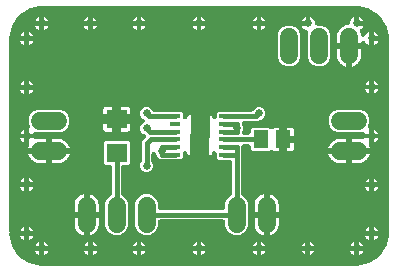
<source format=gbr>
G04 EAGLE Gerber X2 export*
%TF.Part,Single*%
%TF.FileFunction,Copper,L1,Top,Mixed*%
%TF.FilePolarity,Positive*%
%TF.GenerationSoftware,Autodesk,EAGLE,8.6.1*%
%TF.CreationDate,2018-02-17T14:01:13Z*%
G75*
%MOMM*%
%FSLAX34Y34*%
%LPD*%
%AMOC8*
5,1,8,0,0,1.08239X$1,22.5*%
G01*
%ADD10R,0.900000X0.400000*%
%ADD11R,1.600000X2.900000*%
%ADD12C,0.600000*%
%ADD13R,1.300000X1.500000*%
%ADD14C,1.524000*%
%ADD15R,1.803000X1.600000*%
%ADD16C,0.650000*%
%ADD17C,0.406400*%
%ADD18C,1.600200*%

G36*
X32130Y4574D02*
X32130Y4574D01*
X32151Y4573D01*
X32820Y4586D01*
X32977Y4573D01*
X297223Y4573D01*
X297235Y4574D01*
X297247Y4573D01*
X297364Y4586D01*
X298048Y4573D01*
X298065Y4574D01*
X298086Y4573D01*
X298764Y4573D01*
X298807Y4577D01*
X298862Y4575D01*
X301959Y4725D01*
X301997Y4730D01*
X302035Y4730D01*
X302337Y4781D01*
X302358Y4784D01*
X302360Y4784D01*
X302363Y4785D01*
X308727Y6405D01*
X308827Y6441D01*
X308930Y6468D01*
X309034Y6516D01*
X309106Y6543D01*
X309157Y6574D01*
X309231Y6608D01*
X314939Y9856D01*
X315025Y9918D01*
X315118Y9971D01*
X315205Y10045D01*
X315267Y10089D01*
X315308Y10132D01*
X315371Y10185D01*
X320015Y14829D01*
X320082Y14912D01*
X320157Y14987D01*
X320221Y15082D01*
X320270Y15141D01*
X320298Y15194D01*
X320344Y15261D01*
X323592Y20969D01*
X323635Y21066D01*
X323687Y21159D01*
X323724Y21267D01*
X323755Y21337D01*
X323768Y21396D01*
X323795Y21473D01*
X325415Y27837D01*
X325421Y27875D01*
X325432Y27912D01*
X325472Y28215D01*
X325475Y28236D01*
X325475Y28238D01*
X325475Y28241D01*
X325625Y31338D01*
X325623Y31381D01*
X325627Y31436D01*
X325627Y32113D01*
X325626Y32130D01*
X325627Y32151D01*
X325614Y32820D01*
X325627Y32977D01*
X325627Y195623D01*
X325626Y195635D01*
X325627Y195647D01*
X325614Y195764D01*
X325627Y196449D01*
X325626Y196466D01*
X325627Y196487D01*
X325627Y197164D01*
X325623Y197206D01*
X325625Y197262D01*
X325475Y200359D01*
X325470Y200397D01*
X325470Y200435D01*
X325419Y200737D01*
X325416Y200758D01*
X325416Y200760D01*
X325415Y200763D01*
X323795Y207127D01*
X323759Y207227D01*
X323732Y207330D01*
X323684Y207434D01*
X323657Y207506D01*
X323626Y207557D01*
X323592Y207631D01*
X320344Y213339D01*
X320282Y213425D01*
X320229Y213518D01*
X320155Y213605D01*
X320111Y213667D01*
X320068Y213708D01*
X320015Y213771D01*
X315371Y218415D01*
X315288Y218482D01*
X315213Y218557D01*
X315118Y218621D01*
X315059Y218670D01*
X315006Y218698D01*
X314939Y218744D01*
X309231Y221992D01*
X309134Y222035D01*
X309041Y222087D01*
X308933Y222124D01*
X308863Y222155D01*
X308805Y222168D01*
X308727Y222195D01*
X302363Y223815D01*
X302325Y223821D01*
X302288Y223832D01*
X301985Y223872D01*
X301964Y223875D01*
X301962Y223875D01*
X301959Y223875D01*
X298862Y224025D01*
X298819Y224023D01*
X298764Y224027D01*
X298087Y224027D01*
X298070Y224026D01*
X298049Y224027D01*
X297380Y224014D01*
X297223Y224027D01*
X32977Y224027D01*
X32965Y224026D01*
X32953Y224027D01*
X32836Y224014D01*
X32151Y224027D01*
X32134Y224026D01*
X32113Y224027D01*
X31436Y224027D01*
X31394Y224023D01*
X31338Y224025D01*
X28241Y223875D01*
X28203Y223870D01*
X28165Y223870D01*
X27863Y223819D01*
X27842Y223816D01*
X27840Y223816D01*
X27837Y223815D01*
X21473Y222195D01*
X21373Y222159D01*
X21270Y222132D01*
X21166Y222084D01*
X21094Y222057D01*
X21043Y222026D01*
X20969Y221992D01*
X15261Y218744D01*
X15175Y218682D01*
X15082Y218629D01*
X14995Y218555D01*
X14933Y218511D01*
X14892Y218468D01*
X14829Y218415D01*
X10185Y213771D01*
X10118Y213688D01*
X10043Y213613D01*
X9979Y213518D01*
X9930Y213459D01*
X9902Y213406D01*
X9856Y213339D01*
X6608Y207631D01*
X6565Y207534D01*
X6513Y207441D01*
X6476Y207333D01*
X6445Y207263D01*
X6432Y207204D01*
X6405Y207127D01*
X4785Y200763D01*
X4779Y200725D01*
X4768Y200688D01*
X4728Y200385D01*
X4725Y200364D01*
X4725Y200362D01*
X4725Y200359D01*
X4575Y197262D01*
X4577Y197219D01*
X4573Y197164D01*
X4573Y196487D01*
X4574Y196470D01*
X4573Y196449D01*
X4586Y195780D01*
X4573Y195623D01*
X4573Y32977D01*
X4574Y32965D01*
X4573Y32953D01*
X4586Y32836D01*
X4573Y32151D01*
X4574Y32134D01*
X4573Y32113D01*
X4573Y31436D01*
X4577Y31394D01*
X4575Y31338D01*
X4725Y28241D01*
X4730Y28203D01*
X4730Y28165D01*
X4781Y27863D01*
X4784Y27842D01*
X4784Y27840D01*
X4785Y27837D01*
X6405Y21473D01*
X6441Y21373D01*
X6468Y21270D01*
X6516Y21166D01*
X6543Y21094D01*
X6574Y21043D01*
X6608Y20969D01*
X9856Y15261D01*
X9918Y15175D01*
X9971Y15082D01*
X10045Y14995D01*
X10089Y14933D01*
X10132Y14892D01*
X10185Y14829D01*
X14829Y10185D01*
X14912Y10118D01*
X14987Y10043D01*
X15082Y9979D01*
X15141Y9930D01*
X15194Y9902D01*
X15261Y9856D01*
X20969Y6608D01*
X21066Y6565D01*
X21159Y6513D01*
X21267Y6476D01*
X21337Y6445D01*
X21396Y6432D01*
X21473Y6405D01*
X27837Y4785D01*
X27875Y4779D01*
X27912Y4768D01*
X28215Y4728D01*
X28236Y4725D01*
X28238Y4725D01*
X28241Y4725D01*
X31338Y4575D01*
X31381Y4577D01*
X31436Y4573D01*
X32113Y4573D01*
X32130Y4574D01*
G37*
%LPC*%
G36*
X118736Y30384D02*
X118736Y30384D01*
X115200Y31849D01*
X112494Y34555D01*
X111029Y38091D01*
X111029Y57159D01*
X112494Y60695D01*
X115200Y63401D01*
X118736Y64866D01*
X122564Y64866D01*
X126100Y63401D01*
X128806Y60695D01*
X130271Y57159D01*
X130271Y53689D01*
X130273Y53671D01*
X130271Y53653D01*
X130292Y53471D01*
X130311Y53288D01*
X130316Y53271D01*
X130318Y53254D01*
X130375Y53079D01*
X130429Y52903D01*
X130437Y52888D01*
X130443Y52871D01*
X130533Y52711D01*
X130621Y52549D01*
X130632Y52536D01*
X130641Y52520D01*
X130761Y52381D01*
X130878Y52240D01*
X130892Y52229D01*
X130904Y52215D01*
X131049Y52103D01*
X131192Y51988D01*
X131208Y51980D01*
X131222Y51969D01*
X131387Y51887D01*
X131549Y51802D01*
X131566Y51797D01*
X131582Y51789D01*
X131761Y51742D01*
X131936Y51691D01*
X131954Y51689D01*
X131971Y51685D01*
X132302Y51658D01*
X185198Y51658D01*
X185216Y51660D01*
X185234Y51658D01*
X185416Y51679D01*
X185599Y51698D01*
X185616Y51703D01*
X185633Y51705D01*
X185808Y51762D01*
X185984Y51816D01*
X185999Y51824D01*
X186016Y51830D01*
X186176Y51920D01*
X186338Y52008D01*
X186351Y52019D01*
X186367Y52028D01*
X186506Y52148D01*
X186647Y52265D01*
X186658Y52279D01*
X186672Y52291D01*
X186784Y52436D01*
X186899Y52579D01*
X186907Y52595D01*
X186918Y52609D01*
X187000Y52774D01*
X187085Y52936D01*
X187090Y52953D01*
X187098Y52969D01*
X187145Y53148D01*
X187196Y53323D01*
X187198Y53341D01*
X187202Y53358D01*
X187229Y53689D01*
X187229Y57159D01*
X188694Y60695D01*
X191400Y63401D01*
X191563Y63469D01*
X191583Y63479D01*
X191604Y63486D01*
X191760Y63574D01*
X191918Y63659D01*
X191935Y63673D01*
X191955Y63684D01*
X192090Y63801D01*
X192229Y63915D01*
X192243Y63933D01*
X192260Y63947D01*
X192369Y64089D01*
X192482Y64228D01*
X192493Y64248D01*
X192506Y64265D01*
X192586Y64426D01*
X192669Y64584D01*
X192676Y64606D01*
X192686Y64626D01*
X192732Y64799D01*
X192782Y64971D01*
X192784Y64993D01*
X192790Y65015D01*
X192817Y65345D01*
X192817Y92236D01*
X192815Y92254D01*
X192817Y92272D01*
X192796Y92454D01*
X192777Y92637D01*
X192772Y92654D01*
X192770Y92671D01*
X192713Y92846D01*
X192659Y93022D01*
X192651Y93037D01*
X192645Y93054D01*
X192555Y93214D01*
X192467Y93376D01*
X192456Y93389D01*
X192447Y93405D01*
X192327Y93544D01*
X192210Y93685D01*
X192196Y93696D01*
X192184Y93710D01*
X192039Y93822D01*
X191896Y93937D01*
X191880Y93945D01*
X191866Y93956D01*
X191701Y94038D01*
X191539Y94123D01*
X191522Y94128D01*
X191506Y94136D01*
X191327Y94183D01*
X191152Y94234D01*
X191134Y94236D01*
X191117Y94240D01*
X190786Y94267D01*
X184405Y94267D01*
X184387Y94272D01*
X184056Y94299D01*
X181271Y94299D01*
X180099Y95471D01*
X180099Y99310D01*
X180086Y99447D01*
X180081Y99584D01*
X180066Y99647D01*
X180059Y99711D01*
X180019Y99842D01*
X179987Y99976D01*
X179960Y100034D01*
X179941Y100096D01*
X179876Y100216D01*
X179818Y100341D01*
X179780Y100393D01*
X179749Y100450D01*
X179662Y100555D01*
X179580Y100666D01*
X179533Y100710D01*
X179492Y100759D01*
X179385Y100845D01*
X179283Y100938D01*
X179228Y100971D01*
X179178Y101011D01*
X179056Y101075D01*
X178938Y101145D01*
X178878Y101167D01*
X178821Y101197D01*
X178689Y101235D01*
X178559Y101281D01*
X178496Y101290D01*
X178434Y101308D01*
X178297Y101319D01*
X178161Y101339D01*
X178097Y101336D01*
X178032Y101341D01*
X177896Y101325D01*
X177759Y101318D01*
X177696Y101302D01*
X177633Y101294D01*
X177502Y101252D01*
X177369Y101217D01*
X177311Y101189D01*
X177250Y101169D01*
X177130Y101102D01*
X177006Y101042D01*
X176955Y101003D01*
X176899Y100971D01*
X176795Y100882D01*
X176686Y100799D01*
X176643Y100750D01*
X176595Y100708D01*
X176510Y100600D01*
X176419Y100497D01*
X176387Y100441D01*
X176348Y100390D01*
X176287Y100267D01*
X176218Y100148D01*
X176193Y100079D01*
X176168Y100030D01*
X176148Y99952D01*
X176106Y99836D01*
X175968Y99319D01*
X175633Y98740D01*
X175160Y98267D01*
X174581Y97932D01*
X173935Y97759D01*
X169599Y97759D01*
X169599Y112832D01*
X169597Y112850D01*
X169599Y112867D01*
X169578Y113050D01*
X169559Y113232D01*
X169554Y113249D01*
X169552Y113267D01*
X169495Y113442D01*
X169441Y113617D01*
X169433Y113633D01*
X169427Y113650D01*
X169337Y113810D01*
X169249Y113971D01*
X169238Y113985D01*
X169229Y114001D01*
X169109Y114140D01*
X168992Y114281D01*
X168978Y114292D01*
X168966Y114305D01*
X168821Y114418D01*
X168678Y114533D01*
X168662Y114541D01*
X168648Y114552D01*
X168483Y114634D01*
X168321Y114718D01*
X168304Y114723D01*
X168288Y114731D01*
X168110Y114779D01*
X168045Y114798D01*
X168178Y114841D01*
X168354Y114895D01*
X168369Y114903D01*
X168386Y114909D01*
X168546Y114999D01*
X168708Y115087D01*
X168721Y115098D01*
X168737Y115107D01*
X168876Y115227D01*
X169017Y115345D01*
X169028Y115358D01*
X169042Y115370D01*
X169154Y115515D01*
X169269Y115658D01*
X169277Y115674D01*
X169288Y115688D01*
X169370Y115853D01*
X169455Y116016D01*
X169460Y116033D01*
X169468Y116049D01*
X169515Y116227D01*
X169566Y116402D01*
X169568Y116420D01*
X169572Y116437D01*
X169599Y116768D01*
X169599Y131841D01*
X173935Y131841D01*
X174581Y131668D01*
X175160Y131333D01*
X175633Y130860D01*
X175968Y130281D01*
X176106Y129764D01*
X176155Y129636D01*
X176195Y129504D01*
X176225Y129448D01*
X176248Y129388D01*
X176321Y129271D01*
X176387Y129150D01*
X176428Y129101D01*
X176462Y129046D01*
X176557Y128946D01*
X176644Y128841D01*
X176694Y128801D01*
X176739Y128754D01*
X176851Y128675D01*
X176958Y128589D01*
X177015Y128559D01*
X177068Y128522D01*
X177194Y128466D01*
X177315Y128403D01*
X177377Y128385D01*
X177436Y128359D01*
X177570Y128330D01*
X177702Y128292D01*
X177767Y128287D01*
X177829Y128273D01*
X177966Y128270D01*
X178104Y128259D01*
X178168Y128266D01*
X178232Y128265D01*
X178367Y128290D01*
X178503Y128306D01*
X178565Y128326D01*
X178628Y128337D01*
X178756Y128388D01*
X178886Y128431D01*
X178942Y128462D01*
X179002Y128486D01*
X179117Y128561D01*
X179237Y128629D01*
X179285Y128671D01*
X179339Y128706D01*
X179438Y128802D01*
X179542Y128892D01*
X179581Y128943D01*
X179627Y128988D01*
X179704Y129101D01*
X179788Y129210D01*
X179817Y129267D01*
X179853Y129321D01*
X179906Y129447D01*
X179968Y129570D01*
X179984Y129633D01*
X180009Y129692D01*
X180036Y129826D01*
X180072Y129959D01*
X180078Y130033D01*
X180089Y130086D01*
X180089Y130166D01*
X180099Y130290D01*
X180099Y133629D01*
X181271Y134801D01*
X184056Y134801D01*
X184083Y134803D01*
X184110Y134801D01*
X184283Y134823D01*
X184377Y134833D01*
X209474Y134833D01*
X209496Y134835D01*
X209518Y134833D01*
X209696Y134855D01*
X209874Y134873D01*
X209895Y134879D01*
X209918Y134882D01*
X210088Y134938D01*
X210259Y134991D01*
X210279Y135001D01*
X210300Y135008D01*
X210456Y135097D01*
X210613Y135183D01*
X210630Y135197D01*
X210650Y135208D01*
X210785Y135325D01*
X210922Y135440D01*
X210936Y135458D01*
X210953Y135472D01*
X211063Y135615D01*
X211175Y135754D01*
X211185Y135774D01*
X211199Y135791D01*
X211350Y136087D01*
X211449Y136324D01*
X212926Y137801D01*
X214856Y138601D01*
X216944Y138601D01*
X218874Y137801D01*
X220351Y136324D01*
X221151Y134394D01*
X221151Y132306D01*
X220351Y130376D01*
X218874Y128899D01*
X216865Y128067D01*
X216793Y128059D01*
X216768Y128052D01*
X216741Y128048D01*
X216575Y127993D01*
X216408Y127941D01*
X216385Y127928D01*
X216359Y127920D01*
X216208Y127833D01*
X216054Y127749D01*
X216034Y127732D01*
X216010Y127719D01*
X215757Y127504D01*
X215020Y126767D01*
X203039Y126767D01*
X203026Y126766D01*
X203013Y126767D01*
X202826Y126746D01*
X202639Y126727D01*
X202626Y126723D01*
X202613Y126722D01*
X202435Y126665D01*
X202254Y126609D01*
X202242Y126603D01*
X202229Y126599D01*
X202065Y126507D01*
X201900Y126417D01*
X201890Y126409D01*
X201878Y126402D01*
X201734Y126279D01*
X201591Y126160D01*
X201582Y126149D01*
X201572Y126141D01*
X201456Y125992D01*
X201338Y125846D01*
X201332Y125834D01*
X201324Y125824D01*
X201239Y125654D01*
X201153Y125489D01*
X201149Y125476D01*
X201143Y125464D01*
X201093Y125282D01*
X201041Y125102D01*
X201040Y125088D01*
X201037Y125075D01*
X201024Y124888D01*
X201009Y124700D01*
X201010Y124687D01*
X201009Y124674D01*
X201034Y124486D01*
X201055Y124301D01*
X201060Y124288D01*
X201061Y124275D01*
X201163Y123959D01*
X202101Y121694D01*
X202101Y119606D01*
X201494Y118141D01*
X201490Y118128D01*
X201484Y118117D01*
X201432Y117936D01*
X201378Y117756D01*
X201377Y117743D01*
X201373Y117730D01*
X201357Y117540D01*
X201340Y117355D01*
X201341Y117342D01*
X201340Y117328D01*
X201362Y117142D01*
X201381Y116955D01*
X201385Y116942D01*
X201387Y116929D01*
X201445Y116751D01*
X201501Y116570D01*
X201507Y116559D01*
X201512Y116546D01*
X201604Y116382D01*
X201694Y116217D01*
X201703Y116207D01*
X201710Y116195D01*
X201832Y116053D01*
X201953Y115909D01*
X201964Y115901D01*
X201973Y115890D01*
X202121Y115776D01*
X202268Y115658D01*
X202280Y115652D01*
X202291Y115644D01*
X202459Y115560D01*
X202626Y115474D01*
X202639Y115470D01*
X202651Y115464D01*
X202834Y115415D01*
X203014Y115364D01*
X203027Y115363D01*
X203040Y115360D01*
X203371Y115333D01*
X206743Y115333D01*
X206761Y115335D01*
X206779Y115333D01*
X206961Y115354D01*
X207144Y115373D01*
X207161Y115378D01*
X207178Y115380D01*
X207353Y115437D01*
X207529Y115491D01*
X207544Y115499D01*
X207561Y115505D01*
X207721Y115595D01*
X207883Y115683D01*
X207896Y115694D01*
X207912Y115703D01*
X208051Y115823D01*
X208192Y115940D01*
X208203Y115954D01*
X208217Y115966D01*
X208329Y116111D01*
X208444Y116254D01*
X208452Y116270D01*
X208463Y116284D01*
X208545Y116449D01*
X208630Y116611D01*
X208635Y116628D01*
X208643Y116644D01*
X208690Y116823D01*
X208741Y116998D01*
X208743Y117016D01*
X208747Y117033D01*
X208774Y117364D01*
X208774Y119629D01*
X209946Y120801D01*
X224604Y120801D01*
X224957Y120448D01*
X224971Y120436D01*
X224982Y120423D01*
X225126Y120309D01*
X225268Y120193D01*
X225284Y120184D01*
X225298Y120173D01*
X225463Y120089D01*
X225624Y120004D01*
X225641Y119999D01*
X225657Y119991D01*
X225835Y119941D01*
X226010Y119889D01*
X226028Y119888D01*
X226045Y119883D01*
X226228Y119869D01*
X226411Y119853D01*
X226429Y119855D01*
X226447Y119853D01*
X226628Y119876D01*
X226811Y119896D01*
X226828Y119902D01*
X226846Y119904D01*
X227019Y119962D01*
X227195Y120018D01*
X227211Y120026D01*
X227228Y120032D01*
X227387Y120124D01*
X227547Y120212D01*
X227561Y120224D01*
X227577Y120233D01*
X227830Y120448D01*
X228215Y120833D01*
X228794Y121168D01*
X229440Y121341D01*
X233026Y121341D01*
X233026Y112518D01*
X233027Y112500D01*
X233026Y112483D01*
X233047Y112300D01*
X233066Y112118D01*
X233071Y112101D01*
X233073Y112083D01*
X233130Y111908D01*
X233184Y111733D01*
X233192Y111717D01*
X233198Y111700D01*
X233288Y111540D01*
X233375Y111379D01*
X233387Y111365D01*
X233396Y111349D01*
X233441Y111297D01*
X233356Y111192D01*
X233348Y111176D01*
X233337Y111162D01*
X233255Y110997D01*
X233170Y110834D01*
X233165Y110817D01*
X233157Y110801D01*
X233109Y110623D01*
X233059Y110448D01*
X233057Y110430D01*
X233053Y110413D01*
X233026Y110082D01*
X233026Y101259D01*
X229440Y101259D01*
X228794Y101432D01*
X228215Y101767D01*
X227830Y102152D01*
X227816Y102164D01*
X227804Y102177D01*
X227660Y102291D01*
X227518Y102407D01*
X227502Y102416D01*
X227488Y102427D01*
X227324Y102510D01*
X227162Y102596D01*
X227145Y102601D01*
X227129Y102609D01*
X226953Y102658D01*
X226776Y102711D01*
X226759Y102712D01*
X226741Y102717D01*
X226559Y102731D01*
X226375Y102747D01*
X226358Y102745D01*
X226340Y102747D01*
X226158Y102724D01*
X225975Y102704D01*
X225958Y102698D01*
X225940Y102696D01*
X225766Y102638D01*
X225591Y102582D01*
X225576Y102574D01*
X225559Y102568D01*
X225399Y102476D01*
X225239Y102388D01*
X225225Y102376D01*
X225210Y102367D01*
X224957Y102152D01*
X224604Y101799D01*
X209946Y101799D01*
X208774Y102971D01*
X208774Y105236D01*
X208772Y105254D01*
X208774Y105272D01*
X208753Y105454D01*
X208734Y105637D01*
X208729Y105654D01*
X208727Y105671D01*
X208670Y105846D01*
X208616Y106022D01*
X208608Y106037D01*
X208602Y106054D01*
X208512Y106214D01*
X208424Y106376D01*
X208413Y106389D01*
X208404Y106405D01*
X208284Y106544D01*
X208167Y106685D01*
X208153Y106696D01*
X208141Y106710D01*
X207996Y106822D01*
X207853Y106937D01*
X207837Y106945D01*
X207823Y106956D01*
X207658Y107038D01*
X207496Y107123D01*
X207479Y107128D01*
X207463Y107136D01*
X207284Y107183D01*
X207109Y107234D01*
X207091Y107236D01*
X207074Y107240D01*
X206743Y107267D01*
X202914Y107267D01*
X202896Y107265D01*
X202878Y107267D01*
X202696Y107246D01*
X202513Y107227D01*
X202496Y107222D01*
X202479Y107220D01*
X202304Y107163D01*
X202128Y107109D01*
X202113Y107101D01*
X202096Y107095D01*
X201936Y107005D01*
X201774Y106917D01*
X201761Y106906D01*
X201745Y106897D01*
X201606Y106777D01*
X201465Y106660D01*
X201454Y106646D01*
X201440Y106634D01*
X201328Y106489D01*
X201213Y106346D01*
X201205Y106330D01*
X201194Y106316D01*
X201112Y106151D01*
X201027Y105989D01*
X201022Y105972D01*
X201014Y105956D01*
X200967Y105777D01*
X200916Y105602D01*
X200914Y105584D01*
X200910Y105567D01*
X200883Y105236D01*
X200883Y65345D01*
X200885Y65323D01*
X200883Y65301D01*
X200905Y65123D01*
X200923Y64945D01*
X200929Y64923D01*
X200932Y64901D01*
X200988Y64731D01*
X201041Y64560D01*
X201051Y64540D01*
X201058Y64519D01*
X201147Y64363D01*
X201233Y64206D01*
X201247Y64189D01*
X201258Y64169D01*
X201376Y64033D01*
X201490Y63896D01*
X201508Y63882D01*
X201522Y63866D01*
X201664Y63756D01*
X201804Y63644D01*
X201824Y63634D01*
X201842Y63620D01*
X202137Y63469D01*
X202300Y63401D01*
X205006Y60695D01*
X206471Y57159D01*
X206471Y38091D01*
X205006Y34555D01*
X202300Y31849D01*
X199818Y30821D01*
X198764Y30384D01*
X194936Y30384D01*
X191400Y31849D01*
X188694Y34555D01*
X187229Y38091D01*
X187229Y41561D01*
X187227Y41579D01*
X187229Y41597D01*
X187208Y41779D01*
X187189Y41962D01*
X187184Y41979D01*
X187182Y41996D01*
X187125Y42171D01*
X187071Y42347D01*
X187063Y42362D01*
X187057Y42379D01*
X186967Y42539D01*
X186879Y42701D01*
X186868Y42714D01*
X186859Y42730D01*
X186739Y42869D01*
X186622Y43010D01*
X186608Y43021D01*
X186596Y43035D01*
X186451Y43147D01*
X186308Y43262D01*
X186292Y43270D01*
X186278Y43281D01*
X186113Y43363D01*
X185951Y43448D01*
X185934Y43453D01*
X185918Y43461D01*
X185739Y43508D01*
X185564Y43559D01*
X185546Y43561D01*
X185529Y43565D01*
X185198Y43592D01*
X132302Y43592D01*
X132284Y43590D01*
X132266Y43592D01*
X132084Y43571D01*
X131901Y43552D01*
X131884Y43547D01*
X131867Y43545D01*
X131692Y43488D01*
X131516Y43434D01*
X131501Y43426D01*
X131484Y43420D01*
X131324Y43330D01*
X131162Y43242D01*
X131149Y43231D01*
X131133Y43222D01*
X130994Y43102D01*
X130853Y42985D01*
X130842Y42971D01*
X130828Y42959D01*
X130716Y42814D01*
X130601Y42671D01*
X130593Y42655D01*
X130582Y42641D01*
X130500Y42476D01*
X130415Y42314D01*
X130410Y42297D01*
X130402Y42281D01*
X130355Y42102D01*
X130304Y41927D01*
X130302Y41909D01*
X130298Y41892D01*
X130271Y41561D01*
X130271Y38091D01*
X128806Y34555D01*
X126100Y31849D01*
X123618Y30821D01*
X122564Y30384D01*
X118736Y30384D01*
G37*
%LPD*%
%LPC*%
G36*
X119606Y83649D02*
X119606Y83649D01*
X117676Y84449D01*
X116199Y85926D01*
X115399Y87856D01*
X115399Y89944D01*
X116231Y91953D01*
X116277Y92009D01*
X116290Y92033D01*
X116306Y92054D01*
X116384Y92211D01*
X116466Y92365D01*
X116474Y92391D01*
X116486Y92415D01*
X116531Y92584D01*
X116581Y92751D01*
X116583Y92778D01*
X116590Y92804D01*
X116617Y93134D01*
X116617Y109620D01*
X119429Y112432D01*
X119438Y112443D01*
X119448Y112451D01*
X119565Y112599D01*
X119684Y112744D01*
X119690Y112756D01*
X119699Y112766D01*
X119786Y112935D01*
X119873Y113100D01*
X119877Y113112D01*
X119883Y113124D01*
X119934Y113306D01*
X119988Y113485D01*
X119989Y113499D01*
X119993Y113512D01*
X120007Y113697D01*
X120024Y113886D01*
X120023Y113900D01*
X120024Y113913D01*
X120001Y114098D01*
X119981Y114287D01*
X119977Y114300D01*
X119975Y114313D01*
X119916Y114490D01*
X119859Y114671D01*
X119853Y114682D01*
X119848Y114695D01*
X119755Y114858D01*
X119664Y115023D01*
X119656Y115033D01*
X119649Y115045D01*
X119526Y115186D01*
X119404Y115330D01*
X119393Y115338D01*
X119385Y115348D01*
X119236Y115463D01*
X119088Y115579D01*
X119076Y115586D01*
X119065Y115594D01*
X118770Y115745D01*
X117676Y116199D01*
X116199Y117676D01*
X115399Y119606D01*
X115399Y121694D01*
X116199Y123624D01*
X117676Y125101D01*
X117729Y125123D01*
X117737Y125128D01*
X117745Y125130D01*
X117915Y125223D01*
X118084Y125314D01*
X118091Y125319D01*
X118099Y125324D01*
X118246Y125447D01*
X118394Y125570D01*
X118400Y125577D01*
X118407Y125583D01*
X118526Y125733D01*
X118648Y125883D01*
X118652Y125891D01*
X118658Y125898D01*
X118745Y126068D01*
X118835Y126239D01*
X118837Y126248D01*
X118842Y126256D01*
X118894Y126440D01*
X118948Y126626D01*
X118949Y126634D01*
X118951Y126643D01*
X118966Y126835D01*
X118983Y127027D01*
X118982Y127036D01*
X118982Y127045D01*
X118959Y127236D01*
X118937Y127427D01*
X118935Y127435D01*
X118934Y127444D01*
X118873Y127628D01*
X118814Y127810D01*
X118810Y127818D01*
X118807Y127826D01*
X118712Y127993D01*
X118618Y128162D01*
X118612Y128168D01*
X118608Y128176D01*
X118481Y128321D01*
X118356Y128467D01*
X118349Y128473D01*
X118343Y128480D01*
X118189Y128598D01*
X118039Y128716D01*
X118031Y128720D01*
X118024Y128725D01*
X117729Y128877D01*
X117676Y128899D01*
X116199Y130376D01*
X115399Y132306D01*
X115399Y134394D01*
X116199Y136324D01*
X117676Y137801D01*
X119606Y138601D01*
X121694Y138601D01*
X123624Y137801D01*
X125101Y136324D01*
X125158Y136187D01*
X125169Y136167D01*
X125176Y136146D01*
X125264Y135990D01*
X125349Y135832D01*
X125363Y135815D01*
X125374Y135795D01*
X125491Y135659D01*
X125605Y135521D01*
X125622Y135507D01*
X125637Y135490D01*
X125778Y135381D01*
X125918Y135268D01*
X125937Y135257D01*
X125955Y135244D01*
X126115Y135164D01*
X126274Y135081D01*
X126295Y135074D01*
X126315Y135064D01*
X126489Y135018D01*
X126660Y134968D01*
X126683Y134966D01*
X126704Y134960D01*
X127035Y134933D01*
X146795Y134933D01*
X146813Y134928D01*
X147144Y134901D01*
X149929Y134901D01*
X151101Y133729D01*
X151101Y130290D01*
X151114Y130153D01*
X151119Y130016D01*
X151134Y129953D01*
X151141Y129889D01*
X151181Y129758D01*
X151213Y129624D01*
X151240Y129566D01*
X151259Y129504D01*
X151324Y129384D01*
X151382Y129259D01*
X151420Y129207D01*
X151451Y129150D01*
X151538Y129045D01*
X151620Y128934D01*
X151667Y128890D01*
X151708Y128841D01*
X151815Y128755D01*
X151917Y128662D01*
X151972Y128629D01*
X152022Y128589D01*
X152144Y128525D01*
X152262Y128455D01*
X152322Y128433D01*
X152379Y128403D01*
X152511Y128365D01*
X152641Y128319D01*
X152704Y128310D01*
X152766Y128292D01*
X152903Y128281D01*
X153039Y128261D01*
X153103Y128264D01*
X153168Y128259D01*
X153304Y128275D01*
X153441Y128282D01*
X153504Y128298D01*
X153567Y128306D01*
X153698Y128348D01*
X153831Y128383D01*
X153889Y128411D01*
X153950Y128431D01*
X154070Y128498D01*
X154194Y128558D01*
X154245Y128597D01*
X154301Y128629D01*
X154405Y128718D01*
X154514Y128801D01*
X154557Y128850D01*
X154605Y128892D01*
X154690Y129000D01*
X154781Y129103D01*
X154813Y129159D01*
X154852Y129210D01*
X154913Y129333D01*
X154982Y129452D01*
X155007Y129521D01*
X155032Y129570D01*
X155052Y129647D01*
X155094Y129764D01*
X155232Y130281D01*
X155567Y130860D01*
X156040Y131333D01*
X156619Y131668D01*
X157265Y131841D01*
X161601Y131841D01*
X161601Y116768D01*
X161602Y116750D01*
X161601Y116733D01*
X161622Y116550D01*
X161641Y116368D01*
X161646Y116351D01*
X161648Y116333D01*
X161705Y116158D01*
X161759Y115983D01*
X161767Y115967D01*
X161773Y115950D01*
X161863Y115790D01*
X161950Y115629D01*
X161962Y115615D01*
X161971Y115599D01*
X162091Y115460D01*
X162208Y115319D01*
X162222Y115308D01*
X162234Y115295D01*
X162379Y115182D01*
X162522Y115067D01*
X162538Y115059D01*
X162552Y115048D01*
X162717Y114966D01*
X162879Y114882D01*
X162896Y114877D01*
X162912Y114869D01*
X163091Y114821D01*
X163155Y114802D01*
X163022Y114759D01*
X162846Y114705D01*
X162831Y114697D01*
X162814Y114691D01*
X162654Y114601D01*
X162492Y114513D01*
X162479Y114502D01*
X162463Y114493D01*
X162324Y114373D01*
X162183Y114255D01*
X162172Y114242D01*
X162158Y114230D01*
X162046Y114085D01*
X161931Y113942D01*
X161923Y113926D01*
X161912Y113912D01*
X161830Y113747D01*
X161745Y113584D01*
X161740Y113567D01*
X161732Y113551D01*
X161684Y113373D01*
X161634Y113198D01*
X161632Y113180D01*
X161628Y113163D01*
X161601Y112832D01*
X161601Y97759D01*
X157265Y97759D01*
X156619Y97932D01*
X156040Y98267D01*
X155567Y98740D01*
X155232Y99319D01*
X155094Y99836D01*
X155045Y99964D01*
X155005Y100096D01*
X154975Y100152D01*
X154952Y100212D01*
X154879Y100329D01*
X154813Y100450D01*
X154772Y100499D01*
X154738Y100554D01*
X154644Y100654D01*
X154556Y100759D01*
X154506Y100799D01*
X154461Y100846D01*
X154349Y100925D01*
X154242Y101011D01*
X154185Y101041D01*
X154132Y101078D01*
X154006Y101134D01*
X153885Y101197D01*
X153823Y101215D01*
X153764Y101241D01*
X153630Y101270D01*
X153498Y101308D01*
X153433Y101313D01*
X153371Y101327D01*
X153234Y101330D01*
X153096Y101341D01*
X153032Y101334D01*
X152968Y101335D01*
X152833Y101310D01*
X152697Y101294D01*
X152635Y101274D01*
X152572Y101263D01*
X152444Y101212D01*
X152314Y101169D01*
X152258Y101138D01*
X152198Y101114D01*
X152083Y101039D01*
X151963Y100971D01*
X151915Y100929D01*
X151861Y100894D01*
X151762Y100798D01*
X151658Y100708D01*
X151619Y100657D01*
X151573Y100612D01*
X151496Y100499D01*
X151412Y100390D01*
X151383Y100333D01*
X151347Y100279D01*
X151294Y100153D01*
X151232Y100030D01*
X151216Y99967D01*
X151191Y99908D01*
X151164Y99774D01*
X151128Y99641D01*
X151122Y99567D01*
X151111Y99514D01*
X151111Y99434D01*
X151101Y99310D01*
X151101Y95571D01*
X149929Y94399D01*
X147144Y94399D01*
X147117Y94397D01*
X147090Y94399D01*
X146917Y94377D01*
X146823Y94367D01*
X131680Y94367D01*
X129317Y96730D01*
X129317Y97366D01*
X129315Y97392D01*
X129317Y97419D01*
X129295Y97593D01*
X129277Y97766D01*
X129270Y97792D01*
X129266Y97818D01*
X129211Y97984D01*
X129159Y98151D01*
X129146Y98175D01*
X129138Y98200D01*
X129051Y98352D01*
X128967Y98505D01*
X128950Y98526D01*
X128937Y98549D01*
X128924Y98564D01*
X128591Y99369D01*
X128589Y99373D01*
X128587Y99378D01*
X128494Y99551D01*
X128400Y99724D01*
X128398Y99728D01*
X128395Y99732D01*
X128270Y99882D01*
X128144Y100035D01*
X128141Y100037D01*
X128138Y100041D01*
X127985Y100164D01*
X127831Y100288D01*
X127827Y100290D01*
X127824Y100293D01*
X127651Y100383D01*
X127475Y100475D01*
X127471Y100477D01*
X127467Y100479D01*
X127279Y100533D01*
X127088Y100589D01*
X127084Y100589D01*
X127080Y100590D01*
X126882Y100606D01*
X126687Y100623D01*
X126683Y100623D01*
X126678Y100623D01*
X126484Y100600D01*
X126287Y100578D01*
X126283Y100577D01*
X126279Y100576D01*
X126093Y100516D01*
X125904Y100455D01*
X125900Y100453D01*
X125896Y100451D01*
X125724Y100355D01*
X125552Y100258D01*
X125549Y100256D01*
X125545Y100253D01*
X125397Y100125D01*
X125247Y99997D01*
X125244Y99993D01*
X125240Y99990D01*
X125120Y99836D01*
X124998Y99680D01*
X124996Y99676D01*
X124994Y99672D01*
X124905Y99494D01*
X124818Y99320D01*
X124816Y99316D01*
X124814Y99312D01*
X124763Y99120D01*
X124711Y98932D01*
X124711Y98927D01*
X124710Y98923D01*
X124683Y98592D01*
X124683Y93134D01*
X124685Y93108D01*
X124683Y93081D01*
X124705Y92907D01*
X124723Y92734D01*
X124730Y92708D01*
X124734Y92682D01*
X124789Y92516D01*
X124841Y92349D01*
X124854Y92325D01*
X124862Y92300D01*
X124949Y92148D01*
X125033Y91995D01*
X125050Y91974D01*
X125063Y91951D01*
X125076Y91936D01*
X125901Y89944D01*
X125901Y87856D01*
X125101Y85926D01*
X123624Y84449D01*
X121694Y83649D01*
X119606Y83649D01*
G37*
%LPD*%
%LPC*%
G36*
X93336Y30384D02*
X93336Y30384D01*
X89800Y31849D01*
X87094Y34555D01*
X85629Y38091D01*
X85629Y57159D01*
X87094Y60695D01*
X89800Y63401D01*
X89963Y63469D01*
X89983Y63479D01*
X90004Y63486D01*
X90160Y63574D01*
X90318Y63659D01*
X90335Y63673D01*
X90355Y63684D01*
X90490Y63801D01*
X90629Y63915D01*
X90643Y63933D01*
X90660Y63947D01*
X90769Y64089D01*
X90882Y64228D01*
X90893Y64248D01*
X90906Y64265D01*
X90986Y64426D01*
X91069Y64584D01*
X91076Y64606D01*
X91086Y64626D01*
X91132Y64799D01*
X91182Y64971D01*
X91184Y64993D01*
X91190Y65015D01*
X91217Y65345D01*
X91217Y88048D01*
X91215Y88066D01*
X91217Y88084D01*
X91196Y88266D01*
X91177Y88449D01*
X91172Y88466D01*
X91170Y88483D01*
X91113Y88658D01*
X91059Y88834D01*
X91051Y88849D01*
X91045Y88866D01*
X90955Y89026D01*
X90867Y89188D01*
X90856Y89201D01*
X90847Y89217D01*
X90727Y89356D01*
X90610Y89497D01*
X90596Y89508D01*
X90584Y89522D01*
X90439Y89634D01*
X90296Y89749D01*
X90280Y89757D01*
X90266Y89768D01*
X90101Y89850D01*
X89939Y89935D01*
X89922Y89940D01*
X89906Y89948D01*
X89727Y89995D01*
X89552Y90046D01*
X89534Y90048D01*
X89517Y90052D01*
X89186Y90079D01*
X85406Y90079D01*
X84234Y91251D01*
X84234Y108909D01*
X85406Y110081D01*
X105094Y110081D01*
X106266Y108909D01*
X106266Y91251D01*
X105094Y90079D01*
X101314Y90079D01*
X101296Y90077D01*
X101278Y90079D01*
X101096Y90058D01*
X100913Y90039D01*
X100896Y90034D01*
X100879Y90032D01*
X100704Y89975D01*
X100528Y89921D01*
X100513Y89913D01*
X100496Y89907D01*
X100336Y89817D01*
X100174Y89729D01*
X100161Y89718D01*
X100145Y89709D01*
X100005Y89589D01*
X99865Y89472D01*
X99854Y89458D01*
X99840Y89446D01*
X99728Y89301D01*
X99613Y89158D01*
X99605Y89142D01*
X99594Y89128D01*
X99512Y88963D01*
X99427Y88801D01*
X99422Y88784D01*
X99414Y88768D01*
X99367Y88589D01*
X99316Y88414D01*
X99314Y88396D01*
X99310Y88379D01*
X99283Y88048D01*
X99283Y65345D01*
X99285Y65323D01*
X99283Y65301D01*
X99305Y65123D01*
X99323Y64945D01*
X99329Y64923D01*
X99332Y64901D01*
X99388Y64731D01*
X99441Y64560D01*
X99451Y64540D01*
X99458Y64519D01*
X99547Y64363D01*
X99633Y64206D01*
X99647Y64189D01*
X99658Y64169D01*
X99776Y64033D01*
X99890Y63896D01*
X99908Y63882D01*
X99922Y63866D01*
X100064Y63756D01*
X100204Y63644D01*
X100224Y63634D01*
X100242Y63620D01*
X100537Y63469D01*
X100700Y63401D01*
X103406Y60695D01*
X104871Y57159D01*
X104871Y38091D01*
X103406Y34555D01*
X100700Y31849D01*
X98218Y30821D01*
X97164Y30384D01*
X93336Y30384D01*
G37*
%LPD*%
%LPC*%
G36*
X264786Y173259D02*
X264786Y173259D01*
X261250Y174724D01*
X258544Y177430D01*
X257079Y180966D01*
X257079Y200034D01*
X257535Y201134D01*
X257540Y201149D01*
X257547Y201163D01*
X257598Y201342D01*
X257651Y201519D01*
X257653Y201535D01*
X257657Y201550D01*
X257672Y201735D01*
X257690Y201920D01*
X257688Y201936D01*
X257689Y201951D01*
X257667Y202135D01*
X257648Y202321D01*
X257643Y202336D01*
X257641Y202351D01*
X257583Y202528D01*
X257528Y202705D01*
X257521Y202719D01*
X257516Y202734D01*
X257424Y202896D01*
X257335Y203058D01*
X257325Y203070D01*
X257317Y203084D01*
X257196Y203223D01*
X257076Y203366D01*
X257063Y203376D01*
X257053Y203388D01*
X256907Y203501D01*
X256761Y203617D01*
X256747Y203624D01*
X256735Y203634D01*
X256568Y203716D01*
X256403Y203801D01*
X256388Y203805D01*
X256374Y203812D01*
X256055Y203903D01*
X255661Y203982D01*
X254607Y204418D01*
X253659Y205052D01*
X252848Y205863D01*
X252842Y205874D01*
X252218Y206807D01*
X251924Y207519D01*
X257350Y207519D01*
X257367Y207520D01*
X257385Y207519D01*
X257568Y207540D01*
X257750Y207558D01*
X257767Y207564D01*
X257785Y207566D01*
X257960Y207623D01*
X258135Y207677D01*
X258151Y207685D01*
X258168Y207691D01*
X258328Y207781D01*
X258489Y207868D01*
X258503Y207880D01*
X258518Y207889D01*
X258658Y208009D01*
X258798Y208126D01*
X258799Y208126D01*
X258799Y208127D01*
X258810Y208140D01*
X258823Y208152D01*
X258824Y208152D01*
X258936Y208297D01*
X259051Y208440D01*
X259060Y208456D01*
X259070Y208470D01*
X259152Y208635D01*
X259237Y208798D01*
X259242Y208815D01*
X259250Y208831D01*
X259298Y209009D01*
X259348Y209185D01*
X259350Y209202D01*
X259354Y209220D01*
X259381Y209550D01*
X259381Y214976D01*
X260093Y214682D01*
X261041Y214048D01*
X261848Y213241D01*
X262482Y212293D01*
X262918Y211239D01*
X263141Y210120D01*
X263141Y209772D01*
X263143Y209754D01*
X263141Y209736D01*
X263162Y209554D01*
X263181Y209371D01*
X263186Y209354D01*
X263188Y209337D01*
X263245Y209162D01*
X263299Y208986D01*
X263307Y208971D01*
X263313Y208954D01*
X263403Y208794D01*
X263491Y208632D01*
X263502Y208619D01*
X263511Y208603D01*
X263631Y208464D01*
X263748Y208323D01*
X263762Y208312D01*
X263774Y208298D01*
X263919Y208186D01*
X264062Y208071D01*
X264078Y208063D01*
X264092Y208052D01*
X264257Y207970D01*
X264419Y207885D01*
X264436Y207880D01*
X264452Y207872D01*
X264631Y207825D01*
X264806Y207774D01*
X264824Y207772D01*
X264841Y207768D01*
X265172Y207741D01*
X268614Y207741D01*
X272150Y206276D01*
X274856Y203570D01*
X276321Y200034D01*
X276321Y180966D01*
X274856Y177430D01*
X272150Y174724D01*
X268614Y173259D01*
X264786Y173259D01*
G37*
%LPD*%
%LPC*%
G36*
X21081Y116331D02*
X21081Y116331D01*
X21081Y120462D01*
X21201Y120565D01*
X21346Y120686D01*
X21353Y120695D01*
X21362Y120703D01*
X21480Y120854D01*
X21598Y121001D01*
X21603Y121011D01*
X21610Y121020D01*
X21696Y121191D01*
X21783Y121358D01*
X21786Y121369D01*
X21791Y121379D01*
X21842Y121564D01*
X21893Y121745D01*
X21894Y121757D01*
X21897Y121768D01*
X21910Y121958D01*
X21926Y122147D01*
X21924Y122158D01*
X21925Y122169D01*
X21900Y122358D01*
X21878Y122546D01*
X21874Y122557D01*
X21873Y122569D01*
X21771Y122885D01*
X20859Y125086D01*
X20859Y128914D01*
X22324Y132450D01*
X25030Y135156D01*
X28566Y136621D01*
X47634Y136621D01*
X51170Y135156D01*
X53876Y132450D01*
X55341Y128914D01*
X55341Y125086D01*
X53876Y121550D01*
X51170Y118844D01*
X47634Y117379D01*
X28566Y117379D01*
X27473Y117832D01*
X27463Y117835D01*
X27453Y117840D01*
X27271Y117893D01*
X27088Y117948D01*
X27077Y117950D01*
X27066Y117953D01*
X26877Y117969D01*
X26687Y117987D01*
X26676Y117985D01*
X26665Y117986D01*
X26475Y117965D01*
X26287Y117945D01*
X26276Y117942D01*
X26265Y117940D01*
X26083Y117881D01*
X25902Y117825D01*
X25892Y117820D01*
X25882Y117816D01*
X25716Y117723D01*
X25549Y117632D01*
X25540Y117625D01*
X25531Y117619D01*
X25387Y117496D01*
X25241Y117373D01*
X25234Y117364D01*
X25225Y117357D01*
X25108Y117207D01*
X24990Y117058D01*
X24985Y117048D01*
X24978Y117039D01*
X24893Y116868D01*
X24806Y116700D01*
X24803Y116689D01*
X24798Y116679D01*
X24748Y116494D01*
X24702Y116331D01*
X21081Y116331D01*
G37*
%LPD*%
%LPC*%
G36*
X305497Y116331D02*
X305497Y116331D01*
X305495Y116360D01*
X305491Y116371D01*
X305490Y116382D01*
X305432Y116564D01*
X305376Y116745D01*
X305370Y116755D01*
X305367Y116765D01*
X305273Y116933D01*
X305183Y117099D01*
X305176Y117107D01*
X305170Y117117D01*
X305046Y117262D01*
X304925Y117407D01*
X304916Y117414D01*
X304909Y117423D01*
X304760Y117539D01*
X304610Y117659D01*
X304600Y117664D01*
X304592Y117671D01*
X304422Y117756D01*
X304253Y117844D01*
X304242Y117847D01*
X304232Y117852D01*
X304048Y117902D01*
X303865Y117954D01*
X303854Y117955D01*
X303844Y117958D01*
X303654Y117971D01*
X303464Y117986D01*
X303453Y117985D01*
X303442Y117986D01*
X303254Y117961D01*
X303064Y117939D01*
X303054Y117935D01*
X303043Y117934D01*
X302727Y117832D01*
X301634Y117379D01*
X282566Y117379D01*
X279030Y118844D01*
X276324Y121550D01*
X274859Y125086D01*
X274859Y128914D01*
X276324Y132450D01*
X279030Y135156D01*
X282566Y136621D01*
X301634Y136621D01*
X305170Y135156D01*
X307876Y132450D01*
X309341Y128914D01*
X309341Y125086D01*
X308429Y122885D01*
X308425Y122874D01*
X308420Y122864D01*
X308368Y122682D01*
X308312Y122499D01*
X308311Y122488D01*
X308308Y122477D01*
X308292Y122288D01*
X308274Y122098D01*
X308275Y122087D01*
X308274Y122076D01*
X308296Y121888D01*
X308316Y121698D01*
X308319Y121687D01*
X308320Y121676D01*
X308379Y121495D01*
X308436Y121314D01*
X308441Y121304D01*
X308444Y121293D01*
X308538Y121126D01*
X308629Y120960D01*
X308636Y120952D01*
X308642Y120942D01*
X308765Y120798D01*
X308888Y120652D01*
X308897Y120645D01*
X308904Y120637D01*
X309053Y120520D01*
X309119Y120468D01*
X309119Y116331D01*
X305497Y116331D01*
G37*
%LPD*%
%LPC*%
G36*
X239386Y173259D02*
X239386Y173259D01*
X235850Y174724D01*
X233144Y177430D01*
X231679Y180966D01*
X231679Y200034D01*
X233144Y203570D01*
X235850Y206276D01*
X239386Y207741D01*
X243214Y207741D01*
X246750Y206276D01*
X249456Y203570D01*
X250921Y200034D01*
X250921Y180966D01*
X249456Y177430D01*
X246750Y174724D01*
X243214Y173259D01*
X239386Y173259D01*
G37*
%LPD*%
%LPC*%
G36*
X308407Y191718D02*
X308407Y191718D01*
X307459Y192352D01*
X306652Y193159D01*
X305981Y194163D01*
X305977Y194168D01*
X305973Y194174D01*
X305850Y194323D01*
X305725Y194474D01*
X305720Y194478D01*
X305716Y194483D01*
X305564Y194605D01*
X305413Y194728D01*
X305407Y194731D01*
X305402Y194736D01*
X305230Y194825D01*
X305057Y194916D01*
X305050Y194918D01*
X305045Y194921D01*
X304858Y194975D01*
X304671Y195030D01*
X304664Y195031D01*
X304658Y195033D01*
X304462Y195049D01*
X304270Y195066D01*
X304263Y195065D01*
X304256Y195066D01*
X304062Y195043D01*
X303870Y195021D01*
X303863Y195019D01*
X303857Y195019D01*
X303671Y194958D01*
X303486Y194899D01*
X303480Y194896D01*
X303474Y194894D01*
X303304Y194798D01*
X303134Y194704D01*
X303129Y194699D01*
X303123Y194696D01*
X302976Y194568D01*
X302828Y194442D01*
X302824Y194437D01*
X302818Y194433D01*
X302700Y194279D01*
X302579Y194126D01*
X302576Y194120D01*
X302572Y194115D01*
X302485Y193940D01*
X302397Y193767D01*
X302395Y193760D01*
X302392Y193754D01*
X302342Y193565D01*
X302290Y193378D01*
X302290Y193372D01*
X302288Y193365D01*
X302261Y193039D01*
X292608Y193039D01*
X292590Y193037D01*
X292573Y193039D01*
X292390Y193018D01*
X292208Y192999D01*
X292191Y192994D01*
X292173Y192992D01*
X292095Y192967D01*
X291958Y193006D01*
X291940Y193008D01*
X291923Y193012D01*
X291592Y193039D01*
X281939Y193039D01*
X281939Y198920D01*
X282189Y200499D01*
X282684Y202020D01*
X283410Y203445D01*
X284350Y204739D01*
X285481Y205870D01*
X286775Y206810D01*
X288200Y207536D01*
X289721Y208031D01*
X290946Y208225D01*
X291004Y208240D01*
X291063Y208247D01*
X291198Y208291D01*
X291335Y208327D01*
X291389Y208353D01*
X291446Y208372D01*
X291570Y208441D01*
X291697Y208504D01*
X291745Y208540D01*
X291797Y208570D01*
X291904Y208662D01*
X292017Y208748D01*
X292056Y208793D01*
X292102Y208833D01*
X292188Y208945D01*
X292282Y209051D01*
X292312Y209103D01*
X292348Y209151D01*
X292411Y209278D01*
X292482Y209401D01*
X292501Y209457D01*
X292528Y209511D01*
X292564Y209648D01*
X292609Y209783D01*
X292617Y209842D01*
X292632Y209900D01*
X292644Y210043D01*
X292882Y211239D01*
X293318Y212293D01*
X293952Y213241D01*
X294759Y214048D01*
X295707Y214682D01*
X296419Y214976D01*
X296419Y209550D01*
X296420Y209533D01*
X296419Y209515D01*
X296440Y209332D01*
X296458Y209150D01*
X296464Y209133D01*
X296466Y209115D01*
X296523Y208940D01*
X296577Y208765D01*
X296585Y208749D01*
X296591Y208732D01*
X296681Y208572D01*
X296768Y208411D01*
X296780Y208397D01*
X296789Y208382D01*
X296909Y208242D01*
X297026Y208102D01*
X297026Y208101D01*
X297027Y208101D01*
X297040Y208090D01*
X297052Y208077D01*
X297052Y208076D01*
X297197Y207964D01*
X297340Y207849D01*
X297356Y207840D01*
X297370Y207830D01*
X297535Y207748D01*
X297698Y207663D01*
X297715Y207658D01*
X297731Y207650D01*
X297909Y207602D01*
X298085Y207552D01*
X298102Y207550D01*
X298120Y207546D01*
X298450Y207519D01*
X303876Y207519D01*
X303582Y206807D01*
X302948Y205859D01*
X302141Y205052D01*
X302024Y204973D01*
X301946Y204910D01*
X301863Y204854D01*
X301791Y204782D01*
X301713Y204718D01*
X301649Y204640D01*
X301579Y204569D01*
X301523Y204484D01*
X301458Y204406D01*
X301412Y204317D01*
X301356Y204234D01*
X301318Y204140D01*
X301270Y204049D01*
X301242Y203954D01*
X301204Y203861D01*
X301185Y203761D01*
X301156Y203663D01*
X301148Y203564D01*
X301129Y203466D01*
X301130Y203364D01*
X301121Y203262D01*
X301132Y203163D01*
X301133Y203063D01*
X301154Y202963D01*
X301165Y202862D01*
X301195Y202767D01*
X301216Y202669D01*
X301263Y202555D01*
X301287Y202478D01*
X301314Y202430D01*
X301342Y202362D01*
X301516Y202020D01*
X302011Y200499D01*
X302096Y199958D01*
X302108Y199913D01*
X302113Y199866D01*
X302159Y199718D01*
X302198Y199568D01*
X302219Y199527D01*
X302233Y199482D01*
X302307Y199346D01*
X302375Y199207D01*
X302404Y199170D01*
X302426Y199129D01*
X302526Y199010D01*
X302620Y198887D01*
X302655Y198856D01*
X302685Y198821D01*
X302806Y198724D01*
X302923Y198622D01*
X302963Y198599D01*
X303000Y198570D01*
X303138Y198499D01*
X303272Y198422D01*
X303317Y198407D01*
X303358Y198386D01*
X303507Y198344D01*
X303654Y198295D01*
X303701Y198289D01*
X303746Y198276D01*
X303900Y198264D01*
X304054Y198245D01*
X304100Y198249D01*
X304147Y198245D01*
X304301Y198264D01*
X304455Y198275D01*
X304500Y198288D01*
X304547Y198294D01*
X304694Y198342D01*
X304843Y198384D01*
X304885Y198405D01*
X304929Y198420D01*
X305063Y198497D01*
X305201Y198567D01*
X305238Y198596D01*
X305279Y198620D01*
X305396Y198721D01*
X305517Y198818D01*
X305547Y198853D01*
X305582Y198884D01*
X305677Y199007D01*
X305777Y199125D01*
X305799Y199166D01*
X305828Y199203D01*
X305942Y199426D01*
X305971Y199478D01*
X305974Y199488D01*
X305979Y199498D01*
X306018Y199593D01*
X306652Y200541D01*
X307459Y201348D01*
X308407Y201982D01*
X309119Y202276D01*
X309119Y196850D01*
X309119Y191424D01*
X308407Y191718D01*
G37*
%LPD*%
%LPC*%
G36*
X294639Y104139D02*
X294639Y104139D01*
X294639Y111761D01*
X300520Y111761D01*
X302099Y111511D01*
X302760Y111296D01*
X302890Y111267D01*
X303018Y111230D01*
X303087Y111225D01*
X303154Y111210D01*
X303287Y111208D01*
X303419Y111197D01*
X303487Y111204D01*
X303556Y111203D01*
X303687Y111227D01*
X303819Y111243D01*
X303885Y111264D01*
X303952Y111276D01*
X304076Y111326D01*
X304202Y111367D01*
X304262Y111400D01*
X304326Y111426D01*
X304438Y111499D01*
X304553Y111564D01*
X304605Y111609D01*
X304663Y111646D01*
X304758Y111740D01*
X304859Y111826D01*
X304901Y111881D01*
X304950Y111929D01*
X305024Y112039D01*
X305106Y112144D01*
X305137Y112205D01*
X305175Y112262D01*
X305178Y112269D01*
X309119Y112269D01*
X309119Y107419D01*
X309081Y107327D01*
X309031Y107231D01*
X309005Y107141D01*
X308970Y107054D01*
X308950Y106948D01*
X308920Y106844D01*
X308912Y106751D01*
X308895Y106659D01*
X308896Y106551D01*
X308887Y106442D01*
X308898Y106350D01*
X308899Y106256D01*
X308921Y106150D01*
X308934Y106043D01*
X308963Y105954D01*
X308982Y105863D01*
X309033Y105739D01*
X309059Y105660D01*
X309083Y105617D01*
X309108Y105556D01*
X309136Y105500D01*
X309579Y104139D01*
X294639Y104139D01*
G37*
%LPD*%
%LPC*%
G36*
X20621Y104139D02*
X20621Y104139D01*
X21064Y105500D01*
X21092Y105556D01*
X21126Y105643D01*
X21169Y105725D01*
X21199Y105830D01*
X21238Y105931D01*
X21254Y106023D01*
X21280Y106112D01*
X21289Y106220D01*
X21308Y106327D01*
X21305Y106421D01*
X21313Y106514D01*
X21300Y106621D01*
X21298Y106730D01*
X21277Y106821D01*
X21266Y106913D01*
X21233Y107016D01*
X21208Y107122D01*
X21170Y107207D01*
X21141Y107296D01*
X21088Y107391D01*
X21081Y107405D01*
X21081Y112269D01*
X25028Y112269D01*
X25060Y112200D01*
X25100Y112145D01*
X25133Y112084D01*
X25218Y111982D01*
X25297Y111875D01*
X25347Y111829D01*
X25391Y111776D01*
X25495Y111692D01*
X25593Y111603D01*
X25652Y111567D01*
X25706Y111524D01*
X25823Y111463D01*
X25938Y111394D01*
X26002Y111371D01*
X26063Y111339D01*
X26191Y111303D01*
X26316Y111258D01*
X26384Y111248D01*
X26450Y111229D01*
X26583Y111218D01*
X26715Y111199D01*
X26783Y111202D01*
X26852Y111197D01*
X26984Y111212D01*
X27117Y111219D01*
X27194Y111238D01*
X27252Y111244D01*
X27325Y111269D01*
X27440Y111296D01*
X28101Y111511D01*
X29680Y111761D01*
X35561Y111761D01*
X35561Y104139D01*
X20621Y104139D01*
G37*
%LPD*%
%LPC*%
G36*
X40639Y104139D02*
X40639Y104139D01*
X40639Y111761D01*
X46520Y111761D01*
X48099Y111511D01*
X49620Y111016D01*
X51045Y110290D01*
X52339Y109350D01*
X53470Y108219D01*
X54410Y106925D01*
X55136Y105500D01*
X55579Y104139D01*
X40639Y104139D01*
G37*
%LPD*%
%LPC*%
G36*
X224789Y50164D02*
X224789Y50164D01*
X224789Y65104D01*
X226150Y64661D01*
X227575Y63935D01*
X228869Y62995D01*
X230000Y61864D01*
X230940Y60570D01*
X231666Y59145D01*
X232161Y57624D01*
X232411Y56045D01*
X232411Y50164D01*
X224789Y50164D01*
G37*
%LPD*%
%LPC*%
G36*
X72389Y50164D02*
X72389Y50164D01*
X72389Y65104D01*
X73750Y64661D01*
X75175Y63935D01*
X76469Y62995D01*
X77600Y61864D01*
X78540Y60570D01*
X79266Y59145D01*
X79761Y57624D01*
X80011Y56045D01*
X80011Y50164D01*
X72389Y50164D01*
G37*
%LPD*%
%LPC*%
G36*
X224789Y45086D02*
X224789Y45086D01*
X232411Y45086D01*
X232411Y39205D01*
X232161Y37626D01*
X231666Y36105D01*
X230940Y34680D01*
X230000Y33386D01*
X228869Y32255D01*
X227575Y31315D01*
X226150Y30589D01*
X224789Y30146D01*
X224789Y45086D01*
G37*
%LPD*%
%LPC*%
G36*
X72389Y45086D02*
X72389Y45086D01*
X80011Y45086D01*
X80011Y39205D01*
X79761Y37626D01*
X79266Y36105D01*
X78540Y34680D01*
X77600Y33386D01*
X76469Y32255D01*
X75175Y31315D01*
X73750Y30589D01*
X72389Y30146D01*
X72389Y45086D01*
G37*
%LPD*%
%LPC*%
G36*
X274621Y104139D02*
X274621Y104139D01*
X275064Y105500D01*
X275790Y106925D01*
X276730Y108219D01*
X277861Y109350D01*
X279155Y110290D01*
X280580Y111016D01*
X282101Y111511D01*
X283680Y111761D01*
X289561Y111761D01*
X289561Y104139D01*
X274621Y104139D01*
G37*
%LPD*%
%LPC*%
G36*
X294639Y187961D02*
X294639Y187961D01*
X302261Y187961D01*
X302261Y182080D01*
X302011Y180501D01*
X301516Y178980D01*
X300790Y177555D01*
X299850Y176261D01*
X298719Y175130D01*
X297425Y174190D01*
X296000Y173464D01*
X294639Y173021D01*
X294639Y187961D01*
G37*
%LPD*%
%LPC*%
G36*
X212089Y50164D02*
X212089Y50164D01*
X212089Y56045D01*
X212339Y57624D01*
X212834Y59145D01*
X213560Y60570D01*
X214500Y61864D01*
X215631Y62995D01*
X216925Y63935D01*
X218350Y64661D01*
X219711Y65104D01*
X219711Y50164D01*
X212089Y50164D01*
G37*
%LPD*%
%LPC*%
G36*
X59689Y50164D02*
X59689Y50164D01*
X59689Y56045D01*
X59939Y57624D01*
X60434Y59145D01*
X61160Y60570D01*
X62100Y61864D01*
X63231Y62995D01*
X64525Y63935D01*
X65950Y64661D01*
X67311Y65104D01*
X67311Y50164D01*
X59689Y50164D01*
G37*
%LPD*%
%LPC*%
G36*
X294639Y91439D02*
X294639Y91439D01*
X294639Y99061D01*
X309579Y99061D01*
X309136Y97700D01*
X308410Y96275D01*
X307470Y94981D01*
X306339Y93850D01*
X305045Y92910D01*
X303620Y92184D01*
X302099Y91689D01*
X300520Y91439D01*
X294639Y91439D01*
G37*
%LPD*%
%LPC*%
G36*
X40639Y91439D02*
X40639Y91439D01*
X40639Y99061D01*
X55579Y99061D01*
X55136Y97700D01*
X54410Y96275D01*
X53470Y94981D01*
X52339Y93850D01*
X51045Y92910D01*
X49620Y92184D01*
X48099Y91689D01*
X46520Y91439D01*
X40639Y91439D01*
G37*
%LPD*%
%LPC*%
G36*
X29680Y91439D02*
X29680Y91439D01*
X28101Y91689D01*
X26580Y92184D01*
X25155Y92910D01*
X23861Y93850D01*
X22730Y94981D01*
X21790Y96275D01*
X21064Y97700D01*
X20621Y99061D01*
X35561Y99061D01*
X35561Y91439D01*
X29680Y91439D01*
G37*
%LPD*%
%LPC*%
G36*
X283680Y91439D02*
X283680Y91439D01*
X282101Y91689D01*
X280580Y92184D01*
X279155Y92910D01*
X277861Y93850D01*
X276730Y94981D01*
X275790Y96275D01*
X275064Y97700D01*
X274621Y99061D01*
X289561Y99061D01*
X289561Y91439D01*
X283680Y91439D01*
G37*
%LPD*%
%LPC*%
G36*
X65950Y30589D02*
X65950Y30589D01*
X64525Y31315D01*
X63231Y32255D01*
X62100Y33386D01*
X61160Y34680D01*
X60434Y36105D01*
X59939Y37626D01*
X59689Y39205D01*
X59689Y45086D01*
X67311Y45086D01*
X67311Y30146D01*
X65950Y30589D01*
G37*
%LPD*%
%LPC*%
G36*
X218350Y30589D02*
X218350Y30589D01*
X216925Y31315D01*
X215631Y32255D01*
X214500Y33386D01*
X213560Y34680D01*
X212834Y36105D01*
X212339Y37626D01*
X212089Y39205D01*
X212089Y45086D01*
X219711Y45086D01*
X219711Y30146D01*
X218350Y30589D01*
G37*
%LPD*%
%LPC*%
G36*
X288200Y173464D02*
X288200Y173464D01*
X286775Y174190D01*
X285481Y175130D01*
X284350Y176261D01*
X283410Y177555D01*
X282684Y178980D01*
X282189Y180501D01*
X281939Y182080D01*
X281939Y187961D01*
X289561Y187961D01*
X289561Y173021D01*
X288200Y173464D01*
G37*
%LPD*%
%LPC*%
G36*
X99249Y132519D02*
X99249Y132519D01*
X99249Y139061D01*
X104600Y139061D01*
X105246Y138888D01*
X105825Y138553D01*
X106298Y138080D01*
X106633Y137501D01*
X106806Y136855D01*
X106806Y132519D01*
X99249Y132519D01*
G37*
%LPD*%
%LPC*%
G36*
X99249Y124521D02*
X99249Y124521D01*
X106806Y124521D01*
X106806Y120185D01*
X106633Y119539D01*
X106298Y118960D01*
X105825Y118487D01*
X105246Y118152D01*
X104600Y117979D01*
X99249Y117979D01*
X99249Y124521D01*
G37*
%LPD*%
%LPC*%
G36*
X83694Y132519D02*
X83694Y132519D01*
X83694Y136855D01*
X83867Y137501D01*
X84202Y138080D01*
X84675Y138553D01*
X85254Y138888D01*
X85900Y139061D01*
X91251Y139061D01*
X91251Y132519D01*
X83694Y132519D01*
G37*
%LPD*%
%LPC*%
G36*
X85900Y117979D02*
X85900Y117979D01*
X85254Y118152D01*
X84675Y118487D01*
X84202Y118960D01*
X83867Y119539D01*
X83694Y120185D01*
X83694Y124521D01*
X91251Y124521D01*
X91251Y117979D01*
X85900Y117979D01*
G37*
%LPD*%
%LPC*%
G36*
X239524Y114549D02*
X239524Y114549D01*
X239524Y121341D01*
X243110Y121341D01*
X243756Y121168D01*
X244335Y120833D01*
X244808Y120360D01*
X245143Y119781D01*
X245316Y119135D01*
X245316Y114549D01*
X239524Y114549D01*
G37*
%LPD*%
%LPC*%
G36*
X239524Y101259D02*
X239524Y101259D01*
X239524Y108051D01*
X245316Y108051D01*
X245316Y103465D01*
X245143Y102819D01*
X244808Y102240D01*
X244335Y101767D01*
X243756Y101432D01*
X243110Y101259D01*
X239524Y101259D01*
G37*
%LPD*%
%LPC*%
G36*
X313181Y74881D02*
X313181Y74881D01*
X313181Y78276D01*
X313893Y77982D01*
X314841Y77348D01*
X315648Y76541D01*
X316282Y75593D01*
X316576Y74881D01*
X313181Y74881D01*
G37*
%LPD*%
%LPC*%
G36*
X21081Y75231D02*
X21081Y75231D01*
X21081Y78626D01*
X21793Y78332D01*
X22741Y77698D01*
X23548Y76891D01*
X24182Y75943D01*
X24476Y75231D01*
X21081Y75231D01*
G37*
%LPD*%
%LPC*%
G36*
X313181Y157781D02*
X313181Y157781D01*
X313181Y161176D01*
X313893Y160882D01*
X314841Y160248D01*
X315648Y159441D01*
X316282Y158493D01*
X316576Y157781D01*
X313181Y157781D01*
G37*
%LPD*%
%LPC*%
G36*
X21081Y157431D02*
X21081Y157431D01*
X21081Y160826D01*
X21793Y160532D01*
X22741Y159898D01*
X23548Y159091D01*
X24182Y158143D01*
X24476Y157431D01*
X21081Y157431D01*
G37*
%LPD*%
%LPC*%
G36*
X21081Y198881D02*
X21081Y198881D01*
X21081Y202276D01*
X21793Y201982D01*
X22741Y201348D01*
X23548Y200541D01*
X24182Y199593D01*
X24476Y198881D01*
X21081Y198881D01*
G37*
%LPD*%
%LPC*%
G36*
X167131Y211581D02*
X167131Y211581D01*
X167131Y214976D01*
X167843Y214682D01*
X168791Y214048D01*
X169598Y213241D01*
X170232Y212293D01*
X170526Y211581D01*
X167131Y211581D01*
G37*
%LPD*%
%LPC*%
G36*
X116331Y211581D02*
X116331Y211581D01*
X116331Y214976D01*
X117043Y214682D01*
X117991Y214048D01*
X118798Y213241D01*
X119432Y212293D01*
X119726Y211581D01*
X116331Y211581D01*
G37*
%LPD*%
%LPC*%
G36*
X300481Y211581D02*
X300481Y211581D01*
X300481Y214976D01*
X301193Y214682D01*
X302141Y214048D01*
X302948Y213241D01*
X303582Y212293D01*
X303876Y211581D01*
X300481Y211581D01*
G37*
%LPD*%
%LPC*%
G36*
X74881Y211581D02*
X74881Y211581D01*
X74881Y214976D01*
X75593Y214682D01*
X76541Y214048D01*
X77348Y213241D01*
X77982Y212293D01*
X78276Y211581D01*
X74881Y211581D01*
G37*
%LPD*%
%LPC*%
G36*
X33781Y211581D02*
X33781Y211581D01*
X33781Y214976D01*
X34493Y214682D01*
X35441Y214048D01*
X36248Y213241D01*
X36882Y212293D01*
X37176Y211581D01*
X33781Y211581D01*
G37*
%LPD*%
%LPC*%
G36*
X313181Y198881D02*
X313181Y198881D01*
X313181Y202276D01*
X313893Y201982D01*
X314841Y201348D01*
X315648Y200541D01*
X316282Y199593D01*
X316576Y198881D01*
X313181Y198881D01*
G37*
%LPD*%
%LPC*%
G36*
X313181Y116331D02*
X313181Y116331D01*
X313181Y119726D01*
X313893Y119432D01*
X314841Y118798D01*
X315648Y117991D01*
X316282Y117043D01*
X316576Y116331D01*
X313181Y116331D01*
G37*
%LPD*%
%LPC*%
G36*
X217931Y211581D02*
X217931Y211581D01*
X217931Y214976D01*
X218643Y214682D01*
X219591Y214048D01*
X220398Y213241D01*
X221032Y212293D01*
X221326Y211581D01*
X217931Y211581D01*
G37*
%LPD*%
%LPC*%
G36*
X259231Y21331D02*
X259231Y21331D01*
X259231Y24726D01*
X259943Y24432D01*
X260891Y23798D01*
X261698Y22991D01*
X262332Y22043D01*
X262626Y21331D01*
X259231Y21331D01*
G37*
%LPD*%
%LPC*%
G36*
X313181Y33781D02*
X313181Y33781D01*
X313181Y37176D01*
X313893Y36882D01*
X314841Y36248D01*
X315648Y35441D01*
X316282Y34493D01*
X316576Y33781D01*
X313181Y33781D01*
G37*
%LPD*%
%LPC*%
G36*
X21081Y33781D02*
X21081Y33781D01*
X21081Y37176D01*
X21793Y36882D01*
X22741Y36248D01*
X23548Y35441D01*
X24182Y34493D01*
X24476Y33781D01*
X21081Y33781D01*
G37*
%LPD*%
%LPC*%
G36*
X75381Y21081D02*
X75381Y21081D01*
X75381Y24476D01*
X76093Y24182D01*
X77041Y23548D01*
X77848Y22741D01*
X78482Y21793D01*
X78776Y21081D01*
X75381Y21081D01*
G37*
%LPD*%
%LPC*%
G36*
X116331Y21081D02*
X116331Y21081D01*
X116331Y24476D01*
X117043Y24182D01*
X117991Y23548D01*
X118798Y22741D01*
X119432Y21793D01*
X119726Y21081D01*
X116331Y21081D01*
G37*
%LPD*%
%LPC*%
G36*
X33781Y21081D02*
X33781Y21081D01*
X33781Y24476D01*
X34493Y24182D01*
X35441Y23548D01*
X36248Y22741D01*
X36882Y21793D01*
X37176Y21081D01*
X33781Y21081D01*
G37*
%LPD*%
%LPC*%
G36*
X167131Y21081D02*
X167131Y21081D01*
X167131Y24476D01*
X167843Y24182D01*
X168791Y23548D01*
X169598Y22741D01*
X170232Y21793D01*
X170526Y21081D01*
X167131Y21081D01*
G37*
%LPD*%
%LPC*%
G36*
X217931Y21081D02*
X217931Y21081D01*
X217931Y24476D01*
X218643Y24182D01*
X219591Y23548D01*
X220398Y22741D01*
X221032Y21793D01*
X221326Y21081D01*
X217931Y21081D01*
G37*
%LPD*%
%LPC*%
G36*
X300481Y21081D02*
X300481Y21081D01*
X300481Y24476D01*
X301193Y24182D01*
X302141Y23548D01*
X302948Y22741D01*
X303582Y21793D01*
X303876Y21081D01*
X300481Y21081D01*
G37*
%LPD*%
%LPC*%
G36*
X305724Y157781D02*
X305724Y157781D01*
X306018Y158493D01*
X306652Y159441D01*
X307459Y160248D01*
X308407Y160882D01*
X309023Y161137D01*
X309024Y161137D01*
X309119Y161176D01*
X309119Y157781D01*
X305724Y157781D01*
G37*
%LPD*%
%LPC*%
G36*
X13624Y157431D02*
X13624Y157431D01*
X13918Y158143D01*
X14552Y159091D01*
X15359Y159898D01*
X16307Y160532D01*
X17019Y160826D01*
X17019Y157431D01*
X13624Y157431D01*
G37*
%LPD*%
%LPC*%
G36*
X13624Y116331D02*
X13624Y116331D01*
X13918Y117043D01*
X14552Y117991D01*
X15359Y118798D01*
X16307Y119432D01*
X17019Y119726D01*
X17019Y116331D01*
X13624Y116331D01*
G37*
%LPD*%
%LPC*%
G36*
X159674Y211581D02*
X159674Y211581D01*
X159968Y212293D01*
X160602Y213241D01*
X161409Y214048D01*
X162357Y214682D01*
X163069Y214976D01*
X163069Y211581D01*
X159674Y211581D01*
G37*
%LPD*%
%LPC*%
G36*
X13624Y75231D02*
X13624Y75231D01*
X13918Y75943D01*
X14552Y76891D01*
X15359Y77698D01*
X16307Y78332D01*
X17019Y78626D01*
X17019Y75231D01*
X13624Y75231D01*
G37*
%LPD*%
%LPC*%
G36*
X305724Y74881D02*
X305724Y74881D01*
X306018Y75593D01*
X306652Y76541D01*
X307459Y77348D01*
X308407Y77982D01*
X309119Y78276D01*
X309119Y74881D01*
X305724Y74881D01*
G37*
%LPD*%
%LPC*%
G36*
X305724Y33781D02*
X305724Y33781D01*
X306018Y34493D01*
X306652Y35441D01*
X307459Y36248D01*
X308407Y36882D01*
X309119Y37176D01*
X309119Y33781D01*
X305724Y33781D01*
G37*
%LPD*%
%LPC*%
G36*
X13624Y33781D02*
X13624Y33781D01*
X13918Y34493D01*
X14552Y35441D01*
X15359Y36248D01*
X16307Y36882D01*
X17019Y37176D01*
X17019Y33781D01*
X13624Y33781D01*
G37*
%LPD*%
%LPC*%
G36*
X293024Y21081D02*
X293024Y21081D01*
X293318Y21793D01*
X293952Y22741D01*
X294759Y23548D01*
X295707Y24182D01*
X296419Y24476D01*
X296419Y21081D01*
X293024Y21081D01*
G37*
%LPD*%
%LPC*%
G36*
X251774Y21331D02*
X251774Y21331D01*
X252068Y22043D01*
X252702Y22991D01*
X253509Y23798D01*
X254457Y24432D01*
X255169Y24726D01*
X255169Y21331D01*
X251774Y21331D01*
G37*
%LPD*%
%LPC*%
G36*
X210474Y211581D02*
X210474Y211581D01*
X210768Y212293D01*
X211402Y213241D01*
X212209Y214048D01*
X213157Y214682D01*
X213869Y214976D01*
X213869Y211581D01*
X210474Y211581D01*
G37*
%LPD*%
%LPC*%
G36*
X108874Y211581D02*
X108874Y211581D01*
X109168Y212293D01*
X109802Y213241D01*
X110609Y214048D01*
X111557Y214682D01*
X112269Y214976D01*
X112269Y211581D01*
X108874Y211581D01*
G37*
%LPD*%
%LPC*%
G36*
X251924Y211581D02*
X251924Y211581D01*
X252218Y212293D01*
X252852Y213241D01*
X253659Y214048D01*
X254607Y214682D01*
X255319Y214976D01*
X255319Y211581D01*
X251924Y211581D01*
G37*
%LPD*%
%LPC*%
G36*
X26324Y211581D02*
X26324Y211581D01*
X26618Y212293D01*
X27252Y213241D01*
X28059Y214048D01*
X29007Y214682D01*
X29719Y214976D01*
X29719Y211581D01*
X26324Y211581D01*
G37*
%LPD*%
%LPC*%
G36*
X67424Y211581D02*
X67424Y211581D01*
X67718Y212293D01*
X68352Y213241D01*
X69159Y214048D01*
X70107Y214682D01*
X70819Y214976D01*
X70819Y211581D01*
X67424Y211581D01*
G37*
%LPD*%
%LPC*%
G36*
X13624Y198881D02*
X13624Y198881D01*
X13918Y199593D01*
X14552Y200541D01*
X15359Y201348D01*
X16307Y201982D01*
X17019Y202276D01*
X17019Y198881D01*
X13624Y198881D01*
G37*
%LPD*%
%LPC*%
G36*
X26324Y21081D02*
X26324Y21081D01*
X26618Y21793D01*
X27252Y22741D01*
X28059Y23548D01*
X29007Y24182D01*
X29719Y24476D01*
X29719Y21081D01*
X26324Y21081D01*
G37*
%LPD*%
%LPC*%
G36*
X67924Y21081D02*
X67924Y21081D01*
X68218Y21793D01*
X68852Y22741D01*
X69659Y23548D01*
X70607Y24182D01*
X71319Y24476D01*
X71319Y21081D01*
X67924Y21081D01*
G37*
%LPD*%
%LPC*%
G36*
X108874Y21081D02*
X108874Y21081D01*
X109168Y21793D01*
X109802Y22741D01*
X110609Y23548D01*
X111557Y24182D01*
X112269Y24476D01*
X112269Y21081D01*
X108874Y21081D01*
G37*
%LPD*%
%LPC*%
G36*
X159674Y21081D02*
X159674Y21081D01*
X159968Y21793D01*
X160602Y22741D01*
X161409Y23548D01*
X162357Y24182D01*
X163069Y24476D01*
X163069Y21081D01*
X159674Y21081D01*
G37*
%LPD*%
%LPC*%
G36*
X210474Y21081D02*
X210474Y21081D01*
X210768Y21793D01*
X211402Y22741D01*
X212209Y23548D01*
X213157Y24182D01*
X213869Y24476D01*
X213869Y21081D01*
X210474Y21081D01*
G37*
%LPD*%
%LPC*%
G36*
X116331Y207519D02*
X116331Y207519D01*
X119726Y207519D01*
X119432Y206807D01*
X118798Y205859D01*
X117991Y205052D01*
X117043Y204418D01*
X116331Y204124D01*
X116331Y207519D01*
G37*
%LPD*%
%LPC*%
G36*
X313181Y70819D02*
X313181Y70819D01*
X316576Y70819D01*
X316282Y70107D01*
X315648Y69159D01*
X314841Y68352D01*
X313893Y67718D01*
X313181Y67424D01*
X313181Y70819D01*
G37*
%LPD*%
%LPC*%
G36*
X74881Y207519D02*
X74881Y207519D01*
X78276Y207519D01*
X77982Y206807D01*
X77348Y205859D01*
X76541Y205052D01*
X75593Y204418D01*
X74881Y204124D01*
X74881Y207519D01*
G37*
%LPD*%
%LPC*%
G36*
X217931Y207519D02*
X217931Y207519D01*
X221326Y207519D01*
X221032Y206807D01*
X220398Y205859D01*
X219591Y205052D01*
X218643Y204418D01*
X217931Y204124D01*
X217931Y207519D01*
G37*
%LPD*%
%LPC*%
G36*
X33781Y207519D02*
X33781Y207519D01*
X37176Y207519D01*
X36882Y206807D01*
X36248Y205859D01*
X35441Y205052D01*
X34493Y204418D01*
X33781Y204124D01*
X33781Y207519D01*
G37*
%LPD*%
%LPC*%
G36*
X313181Y29719D02*
X313181Y29719D01*
X316576Y29719D01*
X316282Y29007D01*
X315648Y28059D01*
X314841Y27252D01*
X313893Y26618D01*
X313181Y26324D01*
X313181Y29719D01*
G37*
%LPD*%
%LPC*%
G36*
X167131Y207519D02*
X167131Y207519D01*
X170526Y207519D01*
X170232Y206807D01*
X169598Y205859D01*
X168791Y205052D01*
X167843Y204418D01*
X167131Y204124D01*
X167131Y207519D01*
G37*
%LPD*%
%LPC*%
G36*
X259231Y17269D02*
X259231Y17269D01*
X262626Y17269D01*
X262332Y16557D01*
X261698Y15609D01*
X260891Y14802D01*
X259943Y14168D01*
X259231Y13874D01*
X259231Y17269D01*
G37*
%LPD*%
%LPC*%
G36*
X21081Y153369D02*
X21081Y153369D01*
X24476Y153369D01*
X24182Y152657D01*
X23548Y151709D01*
X22741Y150902D01*
X21793Y150268D01*
X21081Y149974D01*
X21081Y153369D01*
G37*
%LPD*%
%LPC*%
G36*
X167131Y17019D02*
X167131Y17019D01*
X170526Y17019D01*
X170232Y16307D01*
X169598Y15359D01*
X168791Y14552D01*
X167843Y13918D01*
X167131Y13624D01*
X167131Y17019D01*
G37*
%LPD*%
%LPC*%
G36*
X21081Y29719D02*
X21081Y29719D01*
X24476Y29719D01*
X24182Y29007D01*
X23548Y28059D01*
X22741Y27252D01*
X21793Y26618D01*
X21081Y26324D01*
X21081Y29719D01*
G37*
%LPD*%
%LPC*%
G36*
X300481Y17019D02*
X300481Y17019D01*
X303876Y17019D01*
X303582Y16307D01*
X302948Y15359D01*
X302141Y14552D01*
X301193Y13918D01*
X300481Y13624D01*
X300481Y17019D01*
G37*
%LPD*%
%LPC*%
G36*
X313181Y153719D02*
X313181Y153719D01*
X316576Y153719D01*
X316282Y153007D01*
X315648Y152059D01*
X314841Y151252D01*
X313893Y150618D01*
X313181Y150324D01*
X313181Y153719D01*
G37*
%LPD*%
%LPC*%
G36*
X217931Y17019D02*
X217931Y17019D01*
X221326Y17019D01*
X221032Y16307D01*
X220398Y15359D01*
X219591Y14552D01*
X218643Y13918D01*
X217931Y13624D01*
X217931Y17019D01*
G37*
%LPD*%
%LPC*%
G36*
X116331Y17019D02*
X116331Y17019D01*
X119726Y17019D01*
X119432Y16307D01*
X118798Y15359D01*
X117991Y14552D01*
X117043Y13918D01*
X116331Y13624D01*
X116331Y17019D01*
G37*
%LPD*%
%LPC*%
G36*
X313181Y194819D02*
X313181Y194819D01*
X316576Y194819D01*
X316282Y194107D01*
X315648Y193159D01*
X314841Y192352D01*
X313893Y191718D01*
X313181Y191424D01*
X313181Y194819D01*
G37*
%LPD*%
%LPC*%
G36*
X313181Y112269D02*
X313181Y112269D01*
X316576Y112269D01*
X316282Y111557D01*
X315648Y110609D01*
X314841Y109802D01*
X313893Y109168D01*
X313181Y108874D01*
X313181Y112269D01*
G37*
%LPD*%
%LPC*%
G36*
X21081Y194819D02*
X21081Y194819D01*
X24476Y194819D01*
X24182Y194107D01*
X23548Y193159D01*
X22741Y192352D01*
X21793Y191718D01*
X21081Y191424D01*
X21081Y194819D01*
G37*
%LPD*%
%LPC*%
G36*
X75381Y17019D02*
X75381Y17019D01*
X78776Y17019D01*
X78482Y16307D01*
X77848Y15359D01*
X77041Y14552D01*
X76093Y13918D01*
X75381Y13624D01*
X75381Y17019D01*
G37*
%LPD*%
%LPC*%
G36*
X33781Y17019D02*
X33781Y17019D01*
X37176Y17019D01*
X36882Y16307D01*
X36248Y15359D01*
X35441Y14552D01*
X34493Y13918D01*
X33781Y13624D01*
X33781Y17019D01*
G37*
%LPD*%
%LPC*%
G36*
X21081Y71169D02*
X21081Y71169D01*
X24476Y71169D01*
X24182Y70457D01*
X23548Y69509D01*
X22741Y68702D01*
X21793Y68068D01*
X21081Y67774D01*
X21081Y71169D01*
G37*
%LPD*%
%LPC*%
G36*
X162357Y204418D02*
X162357Y204418D01*
X161409Y205052D01*
X160602Y205859D01*
X159968Y206807D01*
X159674Y207519D01*
X163069Y207519D01*
X163069Y204124D01*
X162357Y204418D01*
G37*
%LPD*%
%LPC*%
G36*
X70107Y204418D02*
X70107Y204418D01*
X69159Y205052D01*
X68352Y205859D01*
X67718Y206807D01*
X67424Y207519D01*
X70819Y207519D01*
X70819Y204124D01*
X70107Y204418D01*
G37*
%LPD*%
%LPC*%
G36*
X213157Y204418D02*
X213157Y204418D01*
X212209Y205052D01*
X211402Y205859D01*
X210768Y206807D01*
X210474Y207519D01*
X213869Y207519D01*
X213869Y204124D01*
X213157Y204418D01*
G37*
%LPD*%
%LPC*%
G36*
X16307Y150268D02*
X16307Y150268D01*
X15359Y150902D01*
X14552Y151709D01*
X13918Y152657D01*
X13624Y153369D01*
X17019Y153369D01*
X17019Y149974D01*
X16307Y150268D01*
G37*
%LPD*%
%LPC*%
G36*
X16307Y26618D02*
X16307Y26618D01*
X15359Y27252D01*
X14552Y28059D01*
X13918Y29007D01*
X13624Y29719D01*
X17019Y29719D01*
X17019Y26324D01*
X16307Y26618D01*
G37*
%LPD*%
%LPC*%
G36*
X308407Y26618D02*
X308407Y26618D01*
X307459Y27252D01*
X306652Y28059D01*
X306018Y29007D01*
X305724Y29719D01*
X309119Y29719D01*
X309119Y26324D01*
X308407Y26618D01*
G37*
%LPD*%
%LPC*%
G36*
X29007Y204418D02*
X29007Y204418D01*
X28059Y205052D01*
X27252Y205859D01*
X26618Y206807D01*
X26324Y207519D01*
X29719Y207519D01*
X29719Y204124D01*
X29007Y204418D01*
G37*
%LPD*%
%LPC*%
G36*
X308407Y150618D02*
X308407Y150618D01*
X307459Y151252D01*
X306652Y152059D01*
X306018Y153007D01*
X305724Y153719D01*
X309119Y153719D01*
X309119Y150324D01*
X308407Y150618D01*
G37*
%LPD*%
%LPC*%
G36*
X16307Y109168D02*
X16307Y109168D01*
X15359Y109802D01*
X14552Y110609D01*
X13918Y111557D01*
X13624Y112269D01*
X17019Y112269D01*
X17019Y108874D01*
X16307Y109168D01*
G37*
%LPD*%
%LPC*%
G36*
X16307Y68068D02*
X16307Y68068D01*
X15359Y68702D01*
X14552Y69509D01*
X13918Y70457D01*
X13624Y71169D01*
X17019Y71169D01*
X17019Y67774D01*
X16307Y68068D01*
G37*
%LPD*%
%LPC*%
G36*
X16307Y191718D02*
X16307Y191718D01*
X15359Y192352D01*
X14552Y193159D01*
X13918Y194107D01*
X13624Y194819D01*
X17019Y194819D01*
X17019Y191424D01*
X16307Y191718D01*
G37*
%LPD*%
%LPC*%
G36*
X295707Y13918D02*
X295707Y13918D01*
X294759Y14552D01*
X293952Y15359D01*
X293318Y16307D01*
X293024Y17019D01*
X296419Y17019D01*
X296419Y13624D01*
X295707Y13918D01*
G37*
%LPD*%
%LPC*%
G36*
X308407Y67718D02*
X308407Y67718D01*
X307459Y68352D01*
X306652Y69159D01*
X306018Y70107D01*
X305724Y70819D01*
X309119Y70819D01*
X309119Y67424D01*
X308407Y67718D01*
G37*
%LPD*%
%LPC*%
G36*
X162357Y13918D02*
X162357Y13918D01*
X161409Y14552D01*
X160602Y15359D01*
X159968Y16307D01*
X159674Y17019D01*
X163069Y17019D01*
X163069Y13624D01*
X162357Y13918D01*
G37*
%LPD*%
%LPC*%
G36*
X254457Y14168D02*
X254457Y14168D01*
X253509Y14802D01*
X252702Y15609D01*
X252068Y16557D01*
X251774Y17269D01*
X255169Y17269D01*
X255169Y13874D01*
X254457Y14168D01*
G37*
%LPD*%
%LPC*%
G36*
X111557Y13918D02*
X111557Y13918D01*
X110609Y14552D01*
X109802Y15359D01*
X109168Y16307D01*
X108874Y17019D01*
X112269Y17019D01*
X112269Y13624D01*
X111557Y13918D01*
G37*
%LPD*%
%LPC*%
G36*
X111557Y204418D02*
X111557Y204418D01*
X110609Y205052D01*
X109802Y205859D01*
X109168Y206807D01*
X108874Y207519D01*
X112269Y207519D01*
X112269Y204124D01*
X111557Y204418D01*
G37*
%LPD*%
%LPC*%
G36*
X70607Y13918D02*
X70607Y13918D01*
X69659Y14552D01*
X68852Y15359D01*
X68218Y16307D01*
X67924Y17019D01*
X71319Y17019D01*
X71319Y13624D01*
X70607Y13918D01*
G37*
%LPD*%
%LPC*%
G36*
X213157Y13918D02*
X213157Y13918D01*
X212209Y14552D01*
X211402Y15359D01*
X210768Y16307D01*
X210474Y17019D01*
X213869Y17019D01*
X213869Y13624D01*
X213157Y13918D01*
G37*
%LPD*%
%LPC*%
G36*
X29007Y13918D02*
X29007Y13918D01*
X28059Y14552D01*
X27252Y15359D01*
X26618Y16307D01*
X26324Y17019D01*
X29719Y17019D01*
X29719Y13624D01*
X29007Y13918D01*
G37*
%LPD*%
D10*
X186600Y98300D03*
X186600Y104800D03*
X186600Y111300D03*
X186600Y117800D03*
X186600Y124300D03*
X186600Y130800D03*
X144600Y130900D03*
X144600Y124400D03*
X144600Y117900D03*
X144600Y111400D03*
X144600Y104900D03*
X144600Y98400D03*
D11*
X165600Y114800D03*
D12*
X165100Y106800D03*
X165100Y121800D03*
D13*
X236275Y111300D03*
X217275Y111300D03*
D14*
X45720Y101600D02*
X30480Y101600D01*
X30480Y127000D02*
X45720Y127000D01*
X284480Y101600D02*
X299720Y101600D01*
X299720Y127000D02*
X284480Y127000D01*
X292100Y182880D02*
X292100Y198120D01*
X266700Y198120D02*
X266700Y182880D01*
X241300Y182880D02*
X241300Y198120D01*
X222250Y55245D02*
X222250Y40005D01*
X196850Y40005D02*
X196850Y55245D01*
X69850Y55245D02*
X69850Y40005D01*
X95250Y40005D02*
X95250Y55245D01*
X120650Y55245D02*
X120650Y40005D01*
D15*
X95250Y128520D03*
X95250Y100080D03*
D16*
X120650Y133350D03*
D17*
X123100Y130900D02*
X144600Y130900D01*
X123100Y130900D02*
X120650Y133350D01*
D16*
X120650Y120650D03*
D17*
X123400Y117900D02*
X144600Y117900D01*
X123400Y117900D02*
X120650Y120650D01*
D16*
X31750Y19050D03*
X19050Y31750D03*
X19050Y196850D03*
X298450Y209550D03*
X31750Y209550D03*
X311150Y196850D03*
X311150Y31750D03*
X298450Y19050D03*
X311150Y114300D03*
X19050Y114300D03*
X19050Y73200D03*
X19050Y155400D03*
X311150Y155750D03*
X311150Y72850D03*
X257200Y19300D03*
X215900Y19050D03*
X215900Y209550D03*
X257350Y209550D03*
X72850Y209550D03*
X114300Y209550D03*
X73350Y19050D03*
X114300Y19050D03*
D18*
X165600Y114800D02*
X165600Y145550D01*
D17*
X165100Y146050D01*
D18*
X165600Y114800D02*
X165100Y114300D01*
X165100Y88900D01*
D16*
X165100Y209550D03*
X165100Y19050D03*
D17*
X144600Y104900D02*
X133350Y104900D01*
D16*
X133350Y101600D03*
D17*
X133350Y98400D02*
X144600Y98400D01*
X133350Y98400D02*
X133350Y101600D01*
X133350Y104900D01*
X186600Y117800D02*
X196850Y117800D01*
X196850Y124300D02*
X186600Y124300D01*
X196850Y124300D02*
X196850Y120650D01*
X196850Y117800D01*
D16*
X196850Y120650D03*
D17*
X196850Y104800D02*
X186600Y104800D01*
X186600Y98300D02*
X196850Y98300D01*
X196850Y104800D01*
X196850Y98300D02*
X196850Y47625D01*
X120650Y47625D01*
D16*
X120650Y88900D03*
D17*
X120650Y107950D01*
X124100Y111400D01*
X144600Y111400D01*
X186600Y111300D02*
X217275Y111300D01*
D16*
X215900Y133350D03*
D17*
X213350Y130800D02*
X186600Y130800D01*
X213350Y130800D02*
X215900Y133350D01*
X95250Y100080D02*
X95250Y47625D01*
M02*

</source>
